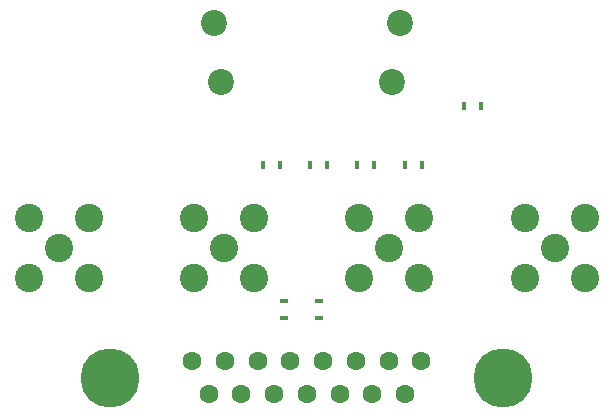
<source format=gts>
G04*
G04 #@! TF.GenerationSoftware,Altium Limited,Altium Designer,19.0.10 (269)*
G04*
G04 Layer_Color=8388736*
%FSLAX25Y25*%
%MOIN*%
G70*
G01*
G75*
%ADD12R,0.03150X0.01772*%
%ADD13R,0.01772X0.03150*%
%ADD14C,0.08661*%
%ADD15C,0.09449*%
%ADD16C,0.19685*%
%ADD17C,0.06299*%
D12*
X122230Y47244D02*
D03*
Y52953D02*
D03*
X110419Y47244D02*
D03*
Y52953D02*
D03*
D13*
X156398Y98425D02*
D03*
X150689D02*
D03*
X140650D02*
D03*
X134941D02*
D03*
X124902D02*
D03*
X119193D02*
D03*
X103445D02*
D03*
X109153D02*
D03*
X170374Y118110D02*
D03*
X176083D02*
D03*
D14*
X146653Y125984D02*
D03*
X89567D02*
D03*
X149016Y145669D02*
D03*
X87205D02*
D03*
D15*
X25433Y80866D02*
D03*
X45433D02*
D03*
Y60866D02*
D03*
X25433D02*
D03*
X35433Y70866D02*
D03*
X80551Y80866D02*
D03*
X100551D02*
D03*
Y60866D02*
D03*
X80551D02*
D03*
X90551Y70866D02*
D03*
X135669Y80866D02*
D03*
X155669D02*
D03*
Y60866D02*
D03*
X135669D02*
D03*
X145669Y70866D02*
D03*
X190787Y80866D02*
D03*
X210787D02*
D03*
Y60866D02*
D03*
X190787D02*
D03*
X200787Y70866D02*
D03*
D16*
X183661Y27559D02*
D03*
X52559D02*
D03*
D17*
X118110Y21969D02*
D03*
X129016D02*
D03*
X139921D02*
D03*
X150827D02*
D03*
X85394D02*
D03*
X96299D02*
D03*
X107205D02*
D03*
X112657Y33150D02*
D03*
X101752D02*
D03*
X90847D02*
D03*
X156280D02*
D03*
X145374D02*
D03*
X134468D02*
D03*
X123563D02*
D03*
X79941D02*
D03*
M02*

</source>
